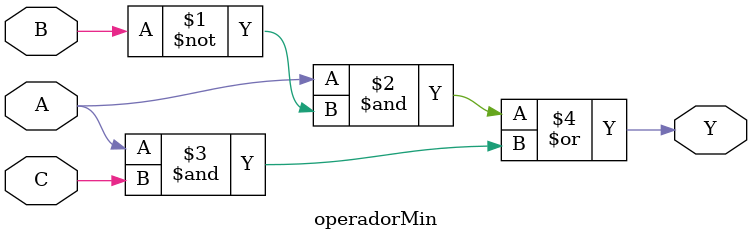
<source format=v>

module gateSOP(input wire A, B, C, output wire Y);

  wire notB, notC, w1, w2, w3;

  not (notB, B);
  not (notC, C);
  and (w1, A, notB, notC);
  and  (w2, A, notB, C);
  and (w3, A, B, C);
  or  (Y, w1, w2, w3);

endmodule

module operadorSOP(input wire A, B, C, output wire Y);

  assign Y = (A & ~B & ~C) | (A & ~B & C) | (A & B & C);

endmodule

// POS: Y = (A + B + C) * (A + B + C') * (A + B' + C) * (A + B' + C') * (A' + B' + C);

module gatePOS(input wire A, B, C, output wire Y);

  wire notA, notB, notC, w1, w2, w3, w4, w5;

  not (notA, A);
  not (notB, B);
  not (notC, C);
  or (w1, A, B, C);
  or (w2, A, B, notC);
  or (w3, A, notB, C);
  or (w4, A, notB, notC);
  or (w5, notA, notB, C);
  and  (Y, w1, w2, w3, w4, w5);

endmodule

module operadorPOS(input wire A, B, C, output wire Y);

  assign Y = (A | B | C) & (A | B | ~C) & (A | ~B | C) & (A | ~B | ~C) & (~A | ~B | C);

endmodule

// Minimizada: Y = (A * B') + (A * C);

module gateMin(input wire A, B, C, output wire Y);

  wire notB, w1, w2;

  not (notB, B);
  and (w1, A, notB);
  and (w2, A, C);
  or  (Y, w1, w2);

endmodule

module operadorMin(input wire A, B, C, output wire Y);

  assign Y = (A & ~B) | (A & C);

endmodule

</source>
